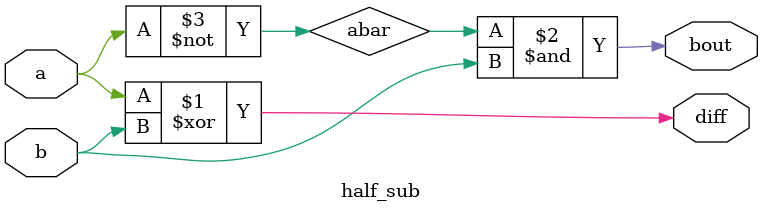
<source format=v>
`timescale 1ns / 1ps


module half_sub(diff,bout,a,b);
output diff,bout;
input a,b;
wire abar;
xor (diff,a,b);
not (abar,a);
and (bout,abar,b);
endmodule

</source>
